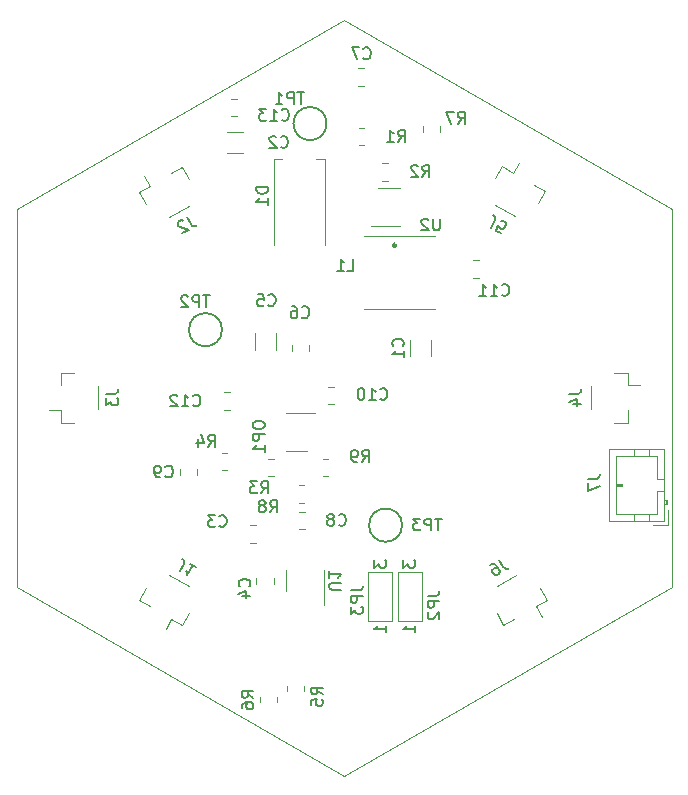
<source format=gbr>
%TF.GenerationSoftware,KiCad,Pcbnew,(6.0.4-0)*%
%TF.CreationDate,2022-04-30T12:18:42+02:00*%
%TF.ProjectId,speaker,73706561-6b65-4722-9e6b-696361645f70,rev?*%
%TF.SameCoordinates,Original*%
%TF.FileFunction,Legend,Bot*%
%TF.FilePolarity,Positive*%
%FSLAX46Y46*%
G04 Gerber Fmt 4.6, Leading zero omitted, Abs format (unit mm)*
G04 Created by KiCad (PCBNEW (6.0.4-0)) date 2022-04-30 12:18:42*
%MOMM*%
%LPD*%
G01*
G04 APERTURE LIST*
%TA.AperFunction,Profile*%
%ADD10C,0.088304*%
%TD*%
%ADD11C,0.150000*%
%ADD12C,0.120000*%
%ADD13C,0.260000*%
G04 APERTURE END LIST*
D10*
X57987239Y-73149866D02*
X85700040Y-89150019D01*
X85700040Y-25149982D02*
X57987239Y-41149998D01*
X85700040Y-25149982D02*
X85700040Y-25149982D01*
X57987239Y-73149866D02*
X57987239Y-73149866D01*
X85700040Y-89150019D02*
X113412761Y-73149866D01*
X57987239Y-41149998D02*
X57987239Y-41149998D01*
X113412761Y-41149998D02*
X85700040Y-25149982D01*
X113412761Y-41149998D02*
X113412761Y-41149998D01*
X57987239Y-41149998D02*
X57987239Y-73149866D01*
X113412761Y-73149866D02*
X113412761Y-41149998D01*
X113412761Y-73149866D02*
X113412761Y-73149866D01*
D11*
%TO.C,J5*%
X98112515Y-42765469D02*
X98469658Y-42146879D01*
X98499847Y-41999352D01*
X98464987Y-41869254D01*
X98365079Y-41756586D01*
X98282600Y-41708967D01*
X98937301Y-43241659D02*
X98524908Y-43003564D01*
X98721764Y-42567362D01*
X98739194Y-42632410D01*
X98797863Y-42721269D01*
X99004059Y-42840316D01*
X99110347Y-42846696D01*
X99175396Y-42829266D01*
X99264255Y-42770597D01*
X99383302Y-42564401D01*
X99389682Y-42458113D01*
X99372252Y-42393064D01*
X99313583Y-42304205D01*
X99107387Y-42185158D01*
X99001098Y-42178778D01*
X98936050Y-42196208D01*
%TO.C,C2*%
X80316666Y-35907142D02*
X80364285Y-35954761D01*
X80507142Y-36002380D01*
X80602380Y-36002380D01*
X80745238Y-35954761D01*
X80840476Y-35859523D01*
X80888095Y-35764285D01*
X80935714Y-35573809D01*
X80935714Y-35430952D01*
X80888095Y-35240476D01*
X80840476Y-35145238D01*
X80745238Y-35050000D01*
X80602380Y-35002380D01*
X80507142Y-35002380D01*
X80364285Y-35050000D01*
X80316666Y-35097619D01*
X79935714Y-35097619D02*
X79888095Y-35050000D01*
X79792857Y-35002380D01*
X79554761Y-35002380D01*
X79459523Y-35050000D01*
X79411904Y-35097619D01*
X79364285Y-35192857D01*
X79364285Y-35288095D01*
X79411904Y-35430952D01*
X79983333Y-36002380D01*
X79364285Y-36002380D01*
%TO.C,TP1*%
X82311904Y-31302380D02*
X81740476Y-31302380D01*
X82026190Y-32302380D02*
X82026190Y-31302380D01*
X81407142Y-32302380D02*
X81407142Y-31302380D01*
X81026190Y-31302380D01*
X80930952Y-31350000D01*
X80883333Y-31397619D01*
X80835714Y-31492857D01*
X80835714Y-31635714D01*
X80883333Y-31730952D01*
X80930952Y-31778571D01*
X81026190Y-31826190D01*
X81407142Y-31826190D01*
X79883333Y-32302380D02*
X80454761Y-32302380D01*
X80169047Y-32302380D02*
X80169047Y-31302380D01*
X80264285Y-31445238D01*
X80359523Y-31540476D01*
X80454761Y-31588095D01*
%TO.C,R2*%
X92316666Y-38452380D02*
X92650000Y-37976190D01*
X92888095Y-38452380D02*
X92888095Y-37452380D01*
X92507142Y-37452380D01*
X92411904Y-37500000D01*
X92364285Y-37547619D01*
X92316666Y-37642857D01*
X92316666Y-37785714D01*
X92364285Y-37880952D01*
X92411904Y-37928571D01*
X92507142Y-37976190D01*
X92888095Y-37976190D01*
X91935714Y-37547619D02*
X91888095Y-37500000D01*
X91792857Y-37452380D01*
X91554761Y-37452380D01*
X91459523Y-37500000D01*
X91411904Y-37547619D01*
X91364285Y-37642857D01*
X91364285Y-37738095D01*
X91411904Y-37880952D01*
X91983333Y-38452380D01*
X91364285Y-38452380D01*
%TO.C,TP2*%
X74311904Y-48502380D02*
X73740476Y-48502380D01*
X74026190Y-49502380D02*
X74026190Y-48502380D01*
X73407142Y-49502380D02*
X73407142Y-48502380D01*
X73026190Y-48502380D01*
X72930952Y-48550000D01*
X72883333Y-48597619D01*
X72835714Y-48692857D01*
X72835714Y-48835714D01*
X72883333Y-48930952D01*
X72930952Y-48978571D01*
X73026190Y-49026190D01*
X73407142Y-49026190D01*
X72454761Y-48597619D02*
X72407142Y-48550000D01*
X72311904Y-48502380D01*
X72073809Y-48502380D01*
X71978571Y-48550000D01*
X71930952Y-48597619D01*
X71883333Y-48692857D01*
X71883333Y-48788095D01*
X71930952Y-48930952D01*
X72502380Y-49502380D01*
X71883333Y-49502380D01*
%TO.C,JP3*%
X86252380Y-73466666D02*
X86966666Y-73466666D01*
X87109523Y-73419047D01*
X87204761Y-73323809D01*
X87252380Y-73180952D01*
X87252380Y-73085714D01*
X87252380Y-73942857D02*
X86252380Y-73942857D01*
X86252380Y-74323809D01*
X86300000Y-74419047D01*
X86347619Y-74466666D01*
X86442857Y-74514285D01*
X86585714Y-74514285D01*
X86680952Y-74466666D01*
X86728571Y-74419047D01*
X86776190Y-74323809D01*
X86776190Y-73942857D01*
X86252380Y-74847619D02*
X86252380Y-75466666D01*
X86633333Y-75133333D01*
X86633333Y-75276190D01*
X86680952Y-75371428D01*
X86728571Y-75419047D01*
X86823809Y-75466666D01*
X87061904Y-75466666D01*
X87157142Y-75419047D01*
X87204761Y-75371428D01*
X87252380Y-75276190D01*
X87252380Y-74990476D01*
X87204761Y-74895238D01*
X87157142Y-74847619D01*
X88252380Y-70916666D02*
X88252380Y-71535714D01*
X88633333Y-71202380D01*
X88633333Y-71345238D01*
X88680952Y-71440476D01*
X88728571Y-71488095D01*
X88823809Y-71535714D01*
X89061904Y-71535714D01*
X89157142Y-71488095D01*
X89204761Y-71440476D01*
X89252380Y-71345238D01*
X89252380Y-71059523D01*
X89204761Y-70964285D01*
X89157142Y-70916666D01*
X89202380Y-77035714D02*
X89202380Y-76464285D01*
X89202380Y-76750000D02*
X88202380Y-76750000D01*
X88345238Y-76654761D01*
X88440476Y-76559523D01*
X88488095Y-76464285D01*
%TO.C,U1*%
X85447619Y-73411904D02*
X84638095Y-73411904D01*
X84542857Y-73364285D01*
X84495238Y-73316666D01*
X84447619Y-73221428D01*
X84447619Y-73030952D01*
X84495238Y-72935714D01*
X84542857Y-72888095D01*
X84638095Y-72840476D01*
X85447619Y-72840476D01*
X84447619Y-71840476D02*
X84447619Y-72411904D01*
X84447619Y-72126190D02*
X85447619Y-72126190D01*
X85304761Y-72221428D01*
X85209523Y-72316666D01*
X85161904Y-72411904D01*
%TO.C,R4*%
X74166666Y-61302380D02*
X74500000Y-60826190D01*
X74738095Y-61302380D02*
X74738095Y-60302380D01*
X74357142Y-60302380D01*
X74261904Y-60350000D01*
X74214285Y-60397619D01*
X74166666Y-60492857D01*
X74166666Y-60635714D01*
X74214285Y-60730952D01*
X74261904Y-60778571D01*
X74357142Y-60826190D01*
X74738095Y-60826190D01*
X73309523Y-60635714D02*
X73309523Y-61302380D01*
X73547619Y-60254761D02*
X73785714Y-60969047D01*
X73166666Y-60969047D01*
%TO.C,C12*%
X72892857Y-57807142D02*
X72940476Y-57854761D01*
X73083333Y-57902380D01*
X73178571Y-57902380D01*
X73321428Y-57854761D01*
X73416666Y-57759523D01*
X73464285Y-57664285D01*
X73511904Y-57473809D01*
X73511904Y-57330952D01*
X73464285Y-57140476D01*
X73416666Y-57045238D01*
X73321428Y-56950000D01*
X73178571Y-56902380D01*
X73083333Y-56902380D01*
X72940476Y-56950000D01*
X72892857Y-56997619D01*
X71940476Y-57902380D02*
X72511904Y-57902380D01*
X72226190Y-57902380D02*
X72226190Y-56902380D01*
X72321428Y-57045238D01*
X72416666Y-57140476D01*
X72511904Y-57188095D01*
X71559523Y-56997619D02*
X71511904Y-56950000D01*
X71416666Y-56902380D01*
X71178571Y-56902380D01*
X71083333Y-56950000D01*
X71035714Y-56997619D01*
X70988095Y-57092857D01*
X70988095Y-57188095D01*
X71035714Y-57330952D01*
X71607142Y-57902380D01*
X70988095Y-57902380D01*
%TO.C,C3*%
X75116666Y-68007142D02*
X75164285Y-68054761D01*
X75307142Y-68102380D01*
X75402380Y-68102380D01*
X75545238Y-68054761D01*
X75640476Y-67959523D01*
X75688095Y-67864285D01*
X75735714Y-67673809D01*
X75735714Y-67530952D01*
X75688095Y-67340476D01*
X75640476Y-67245238D01*
X75545238Y-67150000D01*
X75402380Y-67102380D01*
X75307142Y-67102380D01*
X75164285Y-67150000D01*
X75116666Y-67197619D01*
X74783333Y-67102380D02*
X74164285Y-67102380D01*
X74497619Y-67483333D01*
X74354761Y-67483333D01*
X74259523Y-67530952D01*
X74211904Y-67578571D01*
X74164285Y-67673809D01*
X74164285Y-67911904D01*
X74211904Y-68007142D01*
X74259523Y-68054761D01*
X74354761Y-68102380D01*
X74640476Y-68102380D01*
X74735714Y-68054761D01*
X74783333Y-68007142D01*
%TO.C,J6*%
X98814865Y-70901197D02*
X99172008Y-71519786D01*
X99284676Y-71619695D01*
X99414774Y-71654554D01*
X99562301Y-71624365D01*
X99644780Y-71576746D01*
X98031318Y-71353578D02*
X98196276Y-71258340D01*
X98302564Y-71251960D01*
X98367612Y-71269390D01*
X98521520Y-71345489D01*
X98657997Y-71486636D01*
X98848473Y-71816551D01*
X98854853Y-71922839D01*
X98837423Y-71987888D01*
X98778754Y-72076746D01*
X98613797Y-72171984D01*
X98507509Y-72178364D01*
X98442460Y-72160934D01*
X98353602Y-72102265D01*
X98234554Y-71896068D01*
X98228174Y-71789780D01*
X98245604Y-71724732D01*
X98304273Y-71635873D01*
X98469230Y-71540635D01*
X98575518Y-71534255D01*
X98640567Y-71551685D01*
X98729426Y-71610354D01*
%TO.C,OP1*%
X77952380Y-59378571D02*
X77952380Y-59569047D01*
X78000000Y-59664285D01*
X78095238Y-59759523D01*
X78285714Y-59807142D01*
X78619047Y-59807142D01*
X78809523Y-59759523D01*
X78904761Y-59664285D01*
X78952380Y-59569047D01*
X78952380Y-59378571D01*
X78904761Y-59283333D01*
X78809523Y-59188095D01*
X78619047Y-59140476D01*
X78285714Y-59140476D01*
X78095238Y-59188095D01*
X78000000Y-59283333D01*
X77952380Y-59378571D01*
X78952380Y-60235714D02*
X77952380Y-60235714D01*
X77952380Y-60616666D01*
X78000000Y-60711904D01*
X78047619Y-60759523D01*
X78142857Y-60807142D01*
X78285714Y-60807142D01*
X78380952Y-60759523D01*
X78428571Y-60711904D01*
X78476190Y-60616666D01*
X78476190Y-60235714D01*
X78952380Y-61759523D02*
X78952380Y-61188095D01*
X78952380Y-61473809D02*
X77952380Y-61473809D01*
X78095238Y-61378571D01*
X78190476Y-61283333D01*
X78238095Y-61188095D01*
%TO.C,C6*%
X82116666Y-50327142D02*
X82164285Y-50374761D01*
X82307142Y-50422380D01*
X82402380Y-50422380D01*
X82545238Y-50374761D01*
X82640476Y-50279523D01*
X82688095Y-50184285D01*
X82735714Y-49993809D01*
X82735714Y-49850952D01*
X82688095Y-49660476D01*
X82640476Y-49565238D01*
X82545238Y-49470000D01*
X82402380Y-49422380D01*
X82307142Y-49422380D01*
X82164285Y-49470000D01*
X82116666Y-49517619D01*
X81259523Y-49422380D02*
X81450000Y-49422380D01*
X81545238Y-49470000D01*
X81592857Y-49517619D01*
X81688095Y-49660476D01*
X81735714Y-49850952D01*
X81735714Y-50231904D01*
X81688095Y-50327142D01*
X81640476Y-50374761D01*
X81545238Y-50422380D01*
X81354761Y-50422380D01*
X81259523Y-50374761D01*
X81211904Y-50327142D01*
X81164285Y-50231904D01*
X81164285Y-49993809D01*
X81211904Y-49898571D01*
X81259523Y-49850952D01*
X81354761Y-49803333D01*
X81545238Y-49803333D01*
X81640476Y-49850952D01*
X81688095Y-49898571D01*
X81735714Y-49993809D01*
%TO.C,R8*%
X79416666Y-66852380D02*
X79750000Y-66376190D01*
X79988095Y-66852380D02*
X79988095Y-65852380D01*
X79607142Y-65852380D01*
X79511904Y-65900000D01*
X79464285Y-65947619D01*
X79416666Y-66042857D01*
X79416666Y-66185714D01*
X79464285Y-66280952D01*
X79511904Y-66328571D01*
X79607142Y-66376190D01*
X79988095Y-66376190D01*
X78845238Y-66280952D02*
X78940476Y-66233333D01*
X78988095Y-66185714D01*
X79035714Y-66090476D01*
X79035714Y-66042857D01*
X78988095Y-65947619D01*
X78940476Y-65900000D01*
X78845238Y-65852380D01*
X78654761Y-65852380D01*
X78559523Y-65900000D01*
X78511904Y-65947619D01*
X78464285Y-66042857D01*
X78464285Y-66090476D01*
X78511904Y-66185714D01*
X78559523Y-66233333D01*
X78654761Y-66280952D01*
X78845238Y-66280952D01*
X78940476Y-66328571D01*
X78988095Y-66376190D01*
X79035714Y-66471428D01*
X79035714Y-66661904D01*
X78988095Y-66757142D01*
X78940476Y-66804761D01*
X78845238Y-66852380D01*
X78654761Y-66852380D01*
X78559523Y-66804761D01*
X78511904Y-66757142D01*
X78464285Y-66661904D01*
X78464285Y-66471428D01*
X78511904Y-66376190D01*
X78559523Y-66328571D01*
X78654761Y-66280952D01*
%TO.C,C9*%
X70566666Y-63807142D02*
X70614285Y-63854761D01*
X70757142Y-63902380D01*
X70852380Y-63902380D01*
X70995238Y-63854761D01*
X71090476Y-63759523D01*
X71138095Y-63664285D01*
X71185714Y-63473809D01*
X71185714Y-63330952D01*
X71138095Y-63140476D01*
X71090476Y-63045238D01*
X70995238Y-62950000D01*
X70852380Y-62902380D01*
X70757142Y-62902380D01*
X70614285Y-62950000D01*
X70566666Y-62997619D01*
X70090476Y-63902380D02*
X69900000Y-63902380D01*
X69804761Y-63854761D01*
X69757142Y-63807142D01*
X69661904Y-63664285D01*
X69614285Y-63473809D01*
X69614285Y-63092857D01*
X69661904Y-62997619D01*
X69709523Y-62950000D01*
X69804761Y-62902380D01*
X69995238Y-62902380D01*
X70090476Y-62950000D01*
X70138095Y-62997619D01*
X70185714Y-63092857D01*
X70185714Y-63330952D01*
X70138095Y-63426190D01*
X70090476Y-63473809D01*
X69995238Y-63521428D01*
X69804761Y-63521428D01*
X69709523Y-63473809D01*
X69661904Y-63426190D01*
X69614285Y-63330952D01*
%TO.C,J2*%
X72364865Y-41866965D02*
X72722008Y-42485554D01*
X72834676Y-42585463D01*
X72964774Y-42620322D01*
X73112301Y-42590133D01*
X73194780Y-42542514D01*
X72041330Y-42163729D02*
X71976282Y-42146299D01*
X71869993Y-42152679D01*
X71663797Y-42271727D01*
X71605128Y-42360585D01*
X71587698Y-42425634D01*
X71594078Y-42531922D01*
X71641697Y-42614401D01*
X71754365Y-42714309D01*
X72534951Y-42923466D01*
X71998840Y-43232990D01*
%TO.C,JP2*%
X92752380Y-73916666D02*
X93466666Y-73916666D01*
X93609523Y-73869047D01*
X93704761Y-73773809D01*
X93752380Y-73630952D01*
X93752380Y-73535714D01*
X93752380Y-74392857D02*
X92752380Y-74392857D01*
X92752380Y-74773809D01*
X92800000Y-74869047D01*
X92847619Y-74916666D01*
X92942857Y-74964285D01*
X93085714Y-74964285D01*
X93180952Y-74916666D01*
X93228571Y-74869047D01*
X93276190Y-74773809D01*
X93276190Y-74392857D01*
X92847619Y-75345238D02*
X92800000Y-75392857D01*
X92752380Y-75488095D01*
X92752380Y-75726190D01*
X92800000Y-75821428D01*
X92847619Y-75869047D01*
X92942857Y-75916666D01*
X93038095Y-75916666D01*
X93180952Y-75869047D01*
X93752380Y-75297619D01*
X93752380Y-75916666D01*
X90702380Y-70916666D02*
X90702380Y-71535714D01*
X91083333Y-71202380D01*
X91083333Y-71345238D01*
X91130952Y-71440476D01*
X91178571Y-71488095D01*
X91273809Y-71535714D01*
X91511904Y-71535714D01*
X91607142Y-71488095D01*
X91654761Y-71440476D01*
X91702380Y-71345238D01*
X91702380Y-71059523D01*
X91654761Y-70964285D01*
X91607142Y-70916666D01*
X91702380Y-77035714D02*
X91702380Y-76464285D01*
X91702380Y-76750000D02*
X90702380Y-76750000D01*
X90845238Y-76654761D01*
X90940476Y-76559523D01*
X90988095Y-76464285D01*
%TO.C,R3*%
X78666666Y-65252380D02*
X79000000Y-64776190D01*
X79238095Y-65252380D02*
X79238095Y-64252380D01*
X78857142Y-64252380D01*
X78761904Y-64300000D01*
X78714285Y-64347619D01*
X78666666Y-64442857D01*
X78666666Y-64585714D01*
X78714285Y-64680952D01*
X78761904Y-64728571D01*
X78857142Y-64776190D01*
X79238095Y-64776190D01*
X78333333Y-64252380D02*
X77714285Y-64252380D01*
X78047619Y-64633333D01*
X77904761Y-64633333D01*
X77809523Y-64680952D01*
X77761904Y-64728571D01*
X77714285Y-64823809D01*
X77714285Y-65061904D01*
X77761904Y-65157142D01*
X77809523Y-65204761D01*
X77904761Y-65252380D01*
X78190476Y-65252380D01*
X78285714Y-65204761D01*
X78333333Y-65157142D01*
%TO.C,C5*%
X79266666Y-49307142D02*
X79314285Y-49354761D01*
X79457142Y-49402380D01*
X79552380Y-49402380D01*
X79695238Y-49354761D01*
X79790476Y-49259523D01*
X79838095Y-49164285D01*
X79885714Y-48973809D01*
X79885714Y-48830952D01*
X79838095Y-48640476D01*
X79790476Y-48545238D01*
X79695238Y-48450000D01*
X79552380Y-48402380D01*
X79457142Y-48402380D01*
X79314285Y-48450000D01*
X79266666Y-48497619D01*
X78361904Y-48402380D02*
X78838095Y-48402380D01*
X78885714Y-48878571D01*
X78838095Y-48830952D01*
X78742857Y-48783333D01*
X78504761Y-48783333D01*
X78409523Y-48830952D01*
X78361904Y-48878571D01*
X78314285Y-48973809D01*
X78314285Y-49211904D01*
X78361904Y-49307142D01*
X78409523Y-49354761D01*
X78504761Y-49402380D01*
X78742857Y-49402380D01*
X78838095Y-49354761D01*
X78885714Y-49307142D01*
%TO.C,C1*%
X90657142Y-52783333D02*
X90704761Y-52735714D01*
X90752380Y-52592857D01*
X90752380Y-52497619D01*
X90704761Y-52354761D01*
X90609523Y-52259523D01*
X90514285Y-52211904D01*
X90323809Y-52164285D01*
X90180952Y-52164285D01*
X89990476Y-52211904D01*
X89895238Y-52259523D01*
X89800000Y-52354761D01*
X89752380Y-52497619D01*
X89752380Y-52592857D01*
X89800000Y-52735714D01*
X89847619Y-52783333D01*
X90752380Y-53735714D02*
X90752380Y-53164285D01*
X90752380Y-53450000D02*
X89752380Y-53450000D01*
X89895238Y-53354761D01*
X89990476Y-53259523D01*
X90038095Y-53164285D01*
%TO.C,R7*%
X95316666Y-33952380D02*
X95650000Y-33476190D01*
X95888095Y-33952380D02*
X95888095Y-32952380D01*
X95507142Y-32952380D01*
X95411904Y-33000000D01*
X95364285Y-33047619D01*
X95316666Y-33142857D01*
X95316666Y-33285714D01*
X95364285Y-33380952D01*
X95411904Y-33428571D01*
X95507142Y-33476190D01*
X95888095Y-33476190D01*
X94983333Y-32952380D02*
X94316666Y-32952380D01*
X94745238Y-33952380D01*
%TO.C,TP3*%
X93961904Y-67402380D02*
X93390476Y-67402380D01*
X93676190Y-68402380D02*
X93676190Y-67402380D01*
X93057142Y-68402380D02*
X93057142Y-67402380D01*
X92676190Y-67402380D01*
X92580952Y-67450000D01*
X92533333Y-67497619D01*
X92485714Y-67592857D01*
X92485714Y-67735714D01*
X92533333Y-67830952D01*
X92580952Y-67878571D01*
X92676190Y-67926190D01*
X93057142Y-67926190D01*
X92152380Y-67402380D02*
X91533333Y-67402380D01*
X91866666Y-67783333D01*
X91723809Y-67783333D01*
X91628571Y-67830952D01*
X91580952Y-67878571D01*
X91533333Y-67973809D01*
X91533333Y-68211904D01*
X91580952Y-68307142D01*
X91628571Y-68354761D01*
X91723809Y-68402380D01*
X92009523Y-68402380D01*
X92104761Y-68354761D01*
X92152380Y-68307142D01*
%TO.C,J1*%
X71787515Y-71849701D02*
X72144658Y-71231111D01*
X72174847Y-71083584D01*
X72139987Y-70953486D01*
X72040079Y-70840818D01*
X71957600Y-70793199D01*
X73153540Y-71483675D02*
X72658669Y-71197961D01*
X72906104Y-71340818D02*
X72406104Y-72206844D01*
X72395054Y-72035507D01*
X72360195Y-71905409D01*
X72301526Y-71816551D01*
%TO.C,R9*%
X87216666Y-62602380D02*
X87550000Y-62126190D01*
X87788095Y-62602380D02*
X87788095Y-61602380D01*
X87407142Y-61602380D01*
X87311904Y-61650000D01*
X87264285Y-61697619D01*
X87216666Y-61792857D01*
X87216666Y-61935714D01*
X87264285Y-62030952D01*
X87311904Y-62078571D01*
X87407142Y-62126190D01*
X87788095Y-62126190D01*
X86740476Y-62602380D02*
X86550000Y-62602380D01*
X86454761Y-62554761D01*
X86407142Y-62507142D01*
X86311904Y-62364285D01*
X86264285Y-62173809D01*
X86264285Y-61792857D01*
X86311904Y-61697619D01*
X86359523Y-61650000D01*
X86454761Y-61602380D01*
X86645238Y-61602380D01*
X86740476Y-61650000D01*
X86788095Y-61697619D01*
X86835714Y-61792857D01*
X86835714Y-62030952D01*
X86788095Y-62126190D01*
X86740476Y-62173809D01*
X86645238Y-62221428D01*
X86454761Y-62221428D01*
X86359523Y-62173809D01*
X86311904Y-62126190D01*
X86264285Y-62030952D01*
%TO.C,R1*%
X90266666Y-35502380D02*
X90600000Y-35026190D01*
X90838095Y-35502380D02*
X90838095Y-34502380D01*
X90457142Y-34502380D01*
X90361904Y-34550000D01*
X90314285Y-34597619D01*
X90266666Y-34692857D01*
X90266666Y-34835714D01*
X90314285Y-34930952D01*
X90361904Y-34978571D01*
X90457142Y-35026190D01*
X90838095Y-35026190D01*
X89314285Y-35502380D02*
X89885714Y-35502380D01*
X89600000Y-35502380D02*
X89600000Y-34502380D01*
X89695238Y-34645238D01*
X89790476Y-34740476D01*
X89885714Y-34788095D01*
%TO.C,U2*%
X93811904Y-42002380D02*
X93811904Y-42811904D01*
X93764285Y-42907142D01*
X93716666Y-42954761D01*
X93621428Y-43002380D01*
X93430952Y-43002380D01*
X93335714Y-42954761D01*
X93288095Y-42907142D01*
X93240476Y-42811904D01*
X93240476Y-42002380D01*
X92811904Y-42097619D02*
X92764285Y-42050000D01*
X92669047Y-42002380D01*
X92430952Y-42002380D01*
X92335714Y-42050000D01*
X92288095Y-42097619D01*
X92240476Y-42192857D01*
X92240476Y-42288095D01*
X92288095Y-42430952D01*
X92859523Y-43002380D01*
X92240476Y-43002380D01*
%TO.C,J7*%
X106352380Y-64016666D02*
X107066666Y-64016666D01*
X107209523Y-63969047D01*
X107304761Y-63873809D01*
X107352380Y-63730952D01*
X107352380Y-63635714D01*
X106352380Y-64397619D02*
X106352380Y-65064285D01*
X107352380Y-64635714D01*
%TO.C,C10*%
X88742857Y-57257142D02*
X88790476Y-57304761D01*
X88933333Y-57352380D01*
X89028571Y-57352380D01*
X89171428Y-57304761D01*
X89266666Y-57209523D01*
X89314285Y-57114285D01*
X89361904Y-56923809D01*
X89361904Y-56780952D01*
X89314285Y-56590476D01*
X89266666Y-56495238D01*
X89171428Y-56400000D01*
X89028571Y-56352380D01*
X88933333Y-56352380D01*
X88790476Y-56400000D01*
X88742857Y-56447619D01*
X87790476Y-57352380D02*
X88361904Y-57352380D01*
X88076190Y-57352380D02*
X88076190Y-56352380D01*
X88171428Y-56495238D01*
X88266666Y-56590476D01*
X88361904Y-56638095D01*
X87171428Y-56352380D02*
X87076190Y-56352380D01*
X86980952Y-56400000D01*
X86933333Y-56447619D01*
X86885714Y-56542857D01*
X86838095Y-56733333D01*
X86838095Y-56971428D01*
X86885714Y-57161904D01*
X86933333Y-57257142D01*
X86980952Y-57304761D01*
X87076190Y-57352380D01*
X87171428Y-57352380D01*
X87266666Y-57304761D01*
X87314285Y-57257142D01*
X87361904Y-57161904D01*
X87409523Y-56971428D01*
X87409523Y-56733333D01*
X87361904Y-56542857D01*
X87314285Y-56447619D01*
X87266666Y-56400000D01*
X87171428Y-56352380D01*
%TO.C,L1*%
X85966666Y-46402380D02*
X86442857Y-46402380D01*
X86442857Y-45402380D01*
X85109523Y-46402380D02*
X85680952Y-46402380D01*
X85395238Y-46402380D02*
X85395238Y-45402380D01*
X85490476Y-45545238D01*
X85585714Y-45640476D01*
X85680952Y-45688095D01*
%TO.C,D1*%
X79252380Y-39311904D02*
X78252380Y-39311904D01*
X78252380Y-39550000D01*
X78300000Y-39692857D01*
X78395238Y-39788095D01*
X78490476Y-39835714D01*
X78680952Y-39883333D01*
X78823809Y-39883333D01*
X79014285Y-39835714D01*
X79109523Y-39788095D01*
X79204761Y-39692857D01*
X79252380Y-39550000D01*
X79252380Y-39311904D01*
X79252380Y-40835714D02*
X79252380Y-40264285D01*
X79252380Y-40550000D02*
X78252380Y-40550000D01*
X78395238Y-40454761D01*
X78490476Y-40359523D01*
X78538095Y-40264285D01*
%TO.C,C7*%
X87316666Y-28407142D02*
X87364285Y-28454761D01*
X87507142Y-28502380D01*
X87602380Y-28502380D01*
X87745238Y-28454761D01*
X87840476Y-28359523D01*
X87888095Y-28264285D01*
X87935714Y-28073809D01*
X87935714Y-27930952D01*
X87888095Y-27740476D01*
X87840476Y-27645238D01*
X87745238Y-27550000D01*
X87602380Y-27502380D01*
X87507142Y-27502380D01*
X87364285Y-27550000D01*
X87316666Y-27597619D01*
X86983333Y-27502380D02*
X86316666Y-27502380D01*
X86745238Y-28502380D01*
%TO.C,R5*%
X83902380Y-82283333D02*
X83426190Y-81950000D01*
X83902380Y-81711904D02*
X82902380Y-81711904D01*
X82902380Y-82092857D01*
X82950000Y-82188095D01*
X82997619Y-82235714D01*
X83092857Y-82283333D01*
X83235714Y-82283333D01*
X83330952Y-82235714D01*
X83378571Y-82188095D01*
X83426190Y-82092857D01*
X83426190Y-81711904D01*
X82902380Y-83188095D02*
X82902380Y-82711904D01*
X83378571Y-82664285D01*
X83330952Y-82711904D01*
X83283333Y-82807142D01*
X83283333Y-83045238D01*
X83330952Y-83140476D01*
X83378571Y-83188095D01*
X83473809Y-83235714D01*
X83711904Y-83235714D01*
X83807142Y-83188095D01*
X83854761Y-83140476D01*
X83902380Y-83045238D01*
X83902380Y-82807142D01*
X83854761Y-82711904D01*
X83807142Y-82664285D01*
%TO.C,C8*%
X85216666Y-67907142D02*
X85264285Y-67954761D01*
X85407142Y-68002380D01*
X85502380Y-68002380D01*
X85645238Y-67954761D01*
X85740476Y-67859523D01*
X85788095Y-67764285D01*
X85835714Y-67573809D01*
X85835714Y-67430952D01*
X85788095Y-67240476D01*
X85740476Y-67145238D01*
X85645238Y-67050000D01*
X85502380Y-67002380D01*
X85407142Y-67002380D01*
X85264285Y-67050000D01*
X85216666Y-67097619D01*
X84645238Y-67430952D02*
X84740476Y-67383333D01*
X84788095Y-67335714D01*
X84835714Y-67240476D01*
X84835714Y-67192857D01*
X84788095Y-67097619D01*
X84740476Y-67050000D01*
X84645238Y-67002380D01*
X84454761Y-67002380D01*
X84359523Y-67050000D01*
X84311904Y-67097619D01*
X84264285Y-67192857D01*
X84264285Y-67240476D01*
X84311904Y-67335714D01*
X84359523Y-67383333D01*
X84454761Y-67430952D01*
X84645238Y-67430952D01*
X84740476Y-67478571D01*
X84788095Y-67526190D01*
X84835714Y-67621428D01*
X84835714Y-67811904D01*
X84788095Y-67907142D01*
X84740476Y-67954761D01*
X84645238Y-68002380D01*
X84454761Y-68002380D01*
X84359523Y-67954761D01*
X84311904Y-67907142D01*
X84264285Y-67811904D01*
X84264285Y-67621428D01*
X84311904Y-67526190D01*
X84359523Y-67478571D01*
X84454761Y-67430952D01*
%TO.C,C11*%
X99042857Y-48457142D02*
X99090476Y-48504761D01*
X99233333Y-48552380D01*
X99328571Y-48552380D01*
X99471428Y-48504761D01*
X99566666Y-48409523D01*
X99614285Y-48314285D01*
X99661904Y-48123809D01*
X99661904Y-47980952D01*
X99614285Y-47790476D01*
X99566666Y-47695238D01*
X99471428Y-47600000D01*
X99328571Y-47552380D01*
X99233333Y-47552380D01*
X99090476Y-47600000D01*
X99042857Y-47647619D01*
X98090476Y-48552380D02*
X98661904Y-48552380D01*
X98376190Y-48552380D02*
X98376190Y-47552380D01*
X98471428Y-47695238D01*
X98566666Y-47790476D01*
X98661904Y-47838095D01*
X97138095Y-48552380D02*
X97709523Y-48552380D01*
X97423809Y-48552380D02*
X97423809Y-47552380D01*
X97519047Y-47695238D01*
X97614285Y-47790476D01*
X97709523Y-47838095D01*
%TO.C,C4*%
X77657142Y-73133333D02*
X77704761Y-73085714D01*
X77752380Y-72942857D01*
X77752380Y-72847619D01*
X77704761Y-72704761D01*
X77609523Y-72609523D01*
X77514285Y-72561904D01*
X77323809Y-72514285D01*
X77180952Y-72514285D01*
X76990476Y-72561904D01*
X76895238Y-72609523D01*
X76800000Y-72704761D01*
X76752380Y-72847619D01*
X76752380Y-72942857D01*
X76800000Y-73085714D01*
X76847619Y-73133333D01*
X77085714Y-73990476D02*
X77752380Y-73990476D01*
X76704761Y-73752380D02*
X77419047Y-73514285D01*
X77419047Y-74133333D01*
%TO.C,J3*%
X65552380Y-56816666D02*
X66266666Y-56816666D01*
X66409523Y-56769047D01*
X66504761Y-56673809D01*
X66552380Y-56530952D01*
X66552380Y-56435714D01*
X65552380Y-57197619D02*
X65552380Y-57816666D01*
X65933333Y-57483333D01*
X65933333Y-57626190D01*
X65980952Y-57721428D01*
X66028571Y-57769047D01*
X66123809Y-57816666D01*
X66361904Y-57816666D01*
X66457142Y-57769047D01*
X66504761Y-57721428D01*
X66552380Y-57626190D01*
X66552380Y-57340476D01*
X66504761Y-57245238D01*
X66457142Y-57197619D01*
%TO.C,C13*%
X80392857Y-33607142D02*
X80440476Y-33654761D01*
X80583333Y-33702380D01*
X80678571Y-33702380D01*
X80821428Y-33654761D01*
X80916666Y-33559523D01*
X80964285Y-33464285D01*
X81011904Y-33273809D01*
X81011904Y-33130952D01*
X80964285Y-32940476D01*
X80916666Y-32845238D01*
X80821428Y-32750000D01*
X80678571Y-32702380D01*
X80583333Y-32702380D01*
X80440476Y-32750000D01*
X80392857Y-32797619D01*
X79440476Y-33702380D02*
X80011904Y-33702380D01*
X79726190Y-33702380D02*
X79726190Y-32702380D01*
X79821428Y-32845238D01*
X79916666Y-32940476D01*
X80011904Y-32988095D01*
X79107142Y-32702380D02*
X78488095Y-32702380D01*
X78821428Y-33083333D01*
X78678571Y-33083333D01*
X78583333Y-33130952D01*
X78535714Y-33178571D01*
X78488095Y-33273809D01*
X78488095Y-33511904D01*
X78535714Y-33607142D01*
X78583333Y-33654761D01*
X78678571Y-33702380D01*
X78964285Y-33702380D01*
X79059523Y-33654761D01*
X79107142Y-33607142D01*
%TO.C,R6*%
X78002380Y-82583333D02*
X77526190Y-82250000D01*
X78002380Y-82011904D02*
X77002380Y-82011904D01*
X77002380Y-82392857D01*
X77050000Y-82488095D01*
X77097619Y-82535714D01*
X77192857Y-82583333D01*
X77335714Y-82583333D01*
X77430952Y-82535714D01*
X77478571Y-82488095D01*
X77526190Y-82392857D01*
X77526190Y-82011904D01*
X77002380Y-83440476D02*
X77002380Y-83250000D01*
X77050000Y-83154761D01*
X77097619Y-83107142D01*
X77240476Y-83011904D01*
X77430952Y-82964285D01*
X77811904Y-82964285D01*
X77907142Y-83011904D01*
X77954761Y-83059523D01*
X78002380Y-83154761D01*
X78002380Y-83345238D01*
X77954761Y-83440476D01*
X77907142Y-83488095D01*
X77811904Y-83535714D01*
X77573809Y-83535714D01*
X77478571Y-83488095D01*
X77430952Y-83440476D01*
X77383333Y-83345238D01*
X77383333Y-83154761D01*
X77430952Y-83059523D01*
X77478571Y-83011904D01*
X77573809Y-82964285D01*
%TO.C,J4*%
X104752380Y-56816666D02*
X105466666Y-56816666D01*
X105609523Y-56769047D01*
X105704761Y-56673809D01*
X105752380Y-56530952D01*
X105752380Y-56435714D01*
X105085714Y-57721428D02*
X105752380Y-57721428D01*
X104704761Y-57483333D02*
X105419047Y-57245238D01*
X105419047Y-57864285D01*
D12*
%TO.C,J5*%
X98477686Y-38579641D02*
X99052686Y-37583712D01*
X99052686Y-37583712D02*
X99962013Y-38108712D01*
X102707314Y-39693712D02*
X101797987Y-39168712D01*
X99962013Y-38108712D02*
X100457013Y-37251347D01*
X102132314Y-40689641D02*
X102707314Y-39693712D01*
X98505936Y-40870711D02*
X100134064Y-41810711D01*
%TO.C,C2*%
X77161252Y-36460000D02*
X75738748Y-36460000D01*
X77161252Y-34640000D02*
X75738748Y-34640000D01*
D11*
%TO.C,TP1*%
X84200000Y-33950000D02*
G75*
G03*
X84200000Y-33950000I-1400000J0D01*
G01*
D12*
%TO.C,R2*%
X88922936Y-37315000D02*
X89377064Y-37315000D01*
X88922936Y-38785000D02*
X89377064Y-38785000D01*
D11*
%TO.C,TP2*%
X75350000Y-51400000D02*
G75*
G03*
X75350000Y-51400000I-1400000J0D01*
G01*
D12*
%TO.C,JP3*%
X89750000Y-76050000D02*
X89750000Y-71950000D01*
X87750000Y-76050000D02*
X89750000Y-76050000D01*
X87750000Y-71950000D02*
X87750000Y-76050000D01*
X89750000Y-71950000D02*
X87750000Y-71950000D01*
%TO.C,U1*%
X80800000Y-73550000D02*
X80800000Y-71750000D01*
X84020000Y-71750000D02*
X84020000Y-74700000D01*
%TO.C,R4*%
X75777064Y-63285000D02*
X75322936Y-63285000D01*
X75777064Y-61815000D02*
X75322936Y-61815000D01*
%TO.C,C12*%
X76061252Y-56715000D02*
X75538748Y-56715000D01*
X76061252Y-58185000D02*
X75538748Y-58185000D01*
%TO.C,C3*%
X78211252Y-67965000D02*
X77688748Y-67965000D01*
X78211252Y-69435000D02*
X77688748Y-69435000D01*
%TO.C,J6*%
X100259064Y-72189289D02*
X98630936Y-73129289D01*
X102832314Y-74306288D02*
X101922987Y-74831288D01*
X101922987Y-74831288D02*
X102417987Y-75688653D01*
X102257314Y-73310359D02*
X102832314Y-74306288D01*
X98602686Y-75420359D02*
X99177686Y-76416288D01*
X99177686Y-76416288D02*
X100087013Y-75891288D01*
%TO.C,OP1*%
X82550000Y-61660000D02*
X80750000Y-61660000D01*
X80750000Y-58440000D02*
X83200000Y-58440000D01*
%TO.C,C6*%
X81265000Y-53181252D02*
X81265000Y-52658748D01*
X82735000Y-53181252D02*
X82735000Y-52658748D01*
%TO.C,R8*%
X81872936Y-64565000D02*
X82327064Y-64565000D01*
X81872936Y-66035000D02*
X82327064Y-66035000D01*
%TO.C,C9*%
X71765000Y-63711252D02*
X71765000Y-63188748D01*
X73235000Y-63711252D02*
X73235000Y-63188748D01*
%TO.C,J2*%
X71972314Y-37633712D02*
X71062987Y-38158712D01*
X70890936Y-41860711D02*
X72519064Y-40920711D01*
X68317686Y-39743712D02*
X69227013Y-39218712D01*
X68892686Y-40739641D02*
X68317686Y-39743712D01*
X72547314Y-38629641D02*
X71972314Y-37633712D01*
X69227013Y-39218712D02*
X68732013Y-38361347D01*
%TO.C,JP2*%
X92250000Y-76050000D02*
X92250000Y-71950000D01*
X90250000Y-71950000D02*
X90250000Y-76050000D01*
X92250000Y-71950000D02*
X90250000Y-71950000D01*
X90250000Y-76050000D02*
X92250000Y-76050000D01*
%TO.C,R3*%
X79727064Y-62315000D02*
X79272936Y-62315000D01*
X79727064Y-63785000D02*
X79272936Y-63785000D01*
%TO.C,C5*%
X78140000Y-53111252D02*
X78140000Y-51688748D01*
X79960000Y-53111252D02*
X79960000Y-51688748D01*
%TO.C,C1*%
X91240000Y-52238748D02*
X91240000Y-53661252D01*
X93060000Y-52238748D02*
X93060000Y-53661252D01*
%TO.C,R7*%
X92365000Y-34172936D02*
X92365000Y-34627064D01*
X93835000Y-34172936D02*
X93835000Y-34627064D01*
D11*
%TO.C,TP3*%
X90600000Y-67950000D02*
G75*
G03*
X90600000Y-67950000I-1400000J0D01*
G01*
D12*
%TO.C,J1*%
X72547314Y-75420359D02*
X71972314Y-76416288D01*
X68892686Y-73310359D02*
X68317686Y-74306288D01*
X71062987Y-75891288D02*
X70567987Y-76748653D01*
X72519064Y-73129289D02*
X70890936Y-72189289D01*
X71972314Y-76416288D02*
X71062987Y-75891288D01*
X68317686Y-74306288D02*
X69227013Y-74831288D01*
%TO.C,R9*%
X83872936Y-62315000D02*
X84327064Y-62315000D01*
X83872936Y-63785000D02*
X84327064Y-63785000D01*
%TO.C,R1*%
X86922936Y-34315000D02*
X87377064Y-34315000D01*
X86922936Y-35785000D02*
X87377064Y-35785000D01*
%TO.C,U2*%
X90400000Y-42610000D02*
X87950000Y-42610000D01*
X88600000Y-39390000D02*
X90400000Y-39390000D01*
%TO.C,J7*%
X108700000Y-64650000D02*
X109200000Y-64650000D01*
X112810000Y-65050000D02*
X112200000Y-65050000D01*
X112810000Y-67610000D02*
X108090000Y-67610000D01*
X113110000Y-66660000D02*
X113110000Y-67910000D01*
X112910000Y-65850000D02*
X112910000Y-66150000D01*
X111500000Y-67610000D02*
X111500000Y-67000000D01*
X109200000Y-64650000D02*
X109200000Y-64450000D01*
X112200000Y-64050000D02*
X112810000Y-64050000D01*
X108090000Y-61490000D02*
X112810000Y-61490000D01*
X110200000Y-67610000D02*
X110200000Y-67000000D01*
X109200000Y-64450000D02*
X108700000Y-64450000D01*
X108700000Y-64550000D02*
X109200000Y-64550000D01*
X113010000Y-65850000D02*
X113010000Y-66150000D01*
X112810000Y-65850000D02*
X113010000Y-65850000D01*
X111500000Y-61490000D02*
X111500000Y-62100000D01*
X113110000Y-67910000D02*
X111860000Y-67910000D01*
X112810000Y-61490000D02*
X112810000Y-67610000D01*
X112200000Y-67000000D02*
X108700000Y-67000000D01*
X110200000Y-61490000D02*
X110200000Y-62100000D01*
X112200000Y-62100000D02*
X112200000Y-64050000D01*
X108700000Y-62100000D02*
X112200000Y-62100000D01*
X113010000Y-66150000D02*
X112810000Y-66150000D01*
X112200000Y-65050000D02*
X112200000Y-67000000D01*
X108090000Y-67610000D02*
X108090000Y-61490000D01*
X108700000Y-67000000D02*
X108700000Y-62100000D01*
%TO.C,C10*%
X84338748Y-56215000D02*
X84861252Y-56215000D01*
X84338748Y-57685000D02*
X84861252Y-57685000D01*
%TO.C,L1*%
X87400000Y-49650000D02*
X93400000Y-49650000D01*
X87400000Y-43450000D02*
X93400000Y-43450000D01*
D13*
X90080000Y-44250000D02*
G75*
G03*
X90080000Y-44250000I-130000J0D01*
G01*
D12*
%TO.C,D1*%
X84050000Y-36950000D02*
X84050000Y-44250000D01*
X83350000Y-36950000D02*
X84050000Y-36950000D01*
X79750000Y-36950000D02*
X79750000Y-44250000D01*
X79750000Y-36950000D02*
X80450000Y-36950000D01*
%TO.C,C7*%
X86838748Y-30735000D02*
X87361252Y-30735000D01*
X86838748Y-29265000D02*
X87361252Y-29265000D01*
%TO.C,R5*%
X80815000Y-82027064D02*
X80815000Y-81572936D01*
X82285000Y-82027064D02*
X82285000Y-81572936D01*
%TO.C,C8*%
X81838748Y-68285000D02*
X82361252Y-68285000D01*
X81838748Y-66815000D02*
X82361252Y-66815000D01*
%TO.C,C11*%
X96588748Y-45515000D02*
X97111252Y-45515000D01*
X96588748Y-46985000D02*
X97111252Y-46985000D01*
%TO.C,C4*%
X79735000Y-72438748D02*
X79735000Y-72961252D01*
X78265000Y-72438748D02*
X78265000Y-72961252D01*
%TO.C,J3*%
X62840000Y-55040000D02*
X61690000Y-55040000D01*
X62840000Y-59260000D02*
X61690000Y-59260000D01*
X64810000Y-58090000D02*
X64810000Y-56210000D01*
X61690000Y-55040000D02*
X61690000Y-56090000D01*
X61690000Y-59260000D02*
X61690000Y-58210000D01*
X61690000Y-58210000D02*
X60700000Y-58210000D01*
%TO.C,C13*%
X76611252Y-33335000D02*
X76088748Y-33335000D01*
X76611252Y-31865000D02*
X76088748Y-31865000D01*
%TO.C,R6*%
X80035000Y-82927064D02*
X80035000Y-82472936D01*
X78565000Y-82927064D02*
X78565000Y-82472936D01*
%TO.C,J4*%
X108560000Y-55040000D02*
X109710000Y-55040000D01*
X109710000Y-55040000D02*
X109710000Y-56090000D01*
X108560000Y-59260000D02*
X109710000Y-59260000D01*
X106590000Y-56210000D02*
X106590000Y-58090000D01*
X109710000Y-56090000D02*
X110700000Y-56090000D01*
X109710000Y-59260000D02*
X109710000Y-58210000D01*
%TD*%
M02*

</source>
